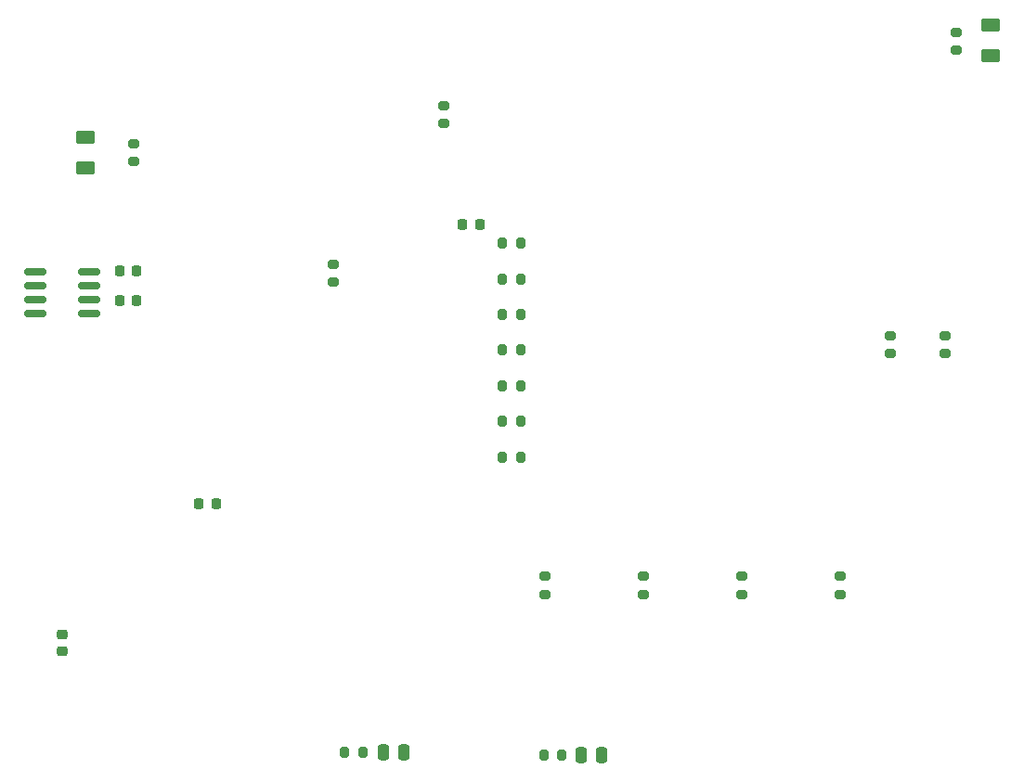
<source format=gbr>
%TF.GenerationSoftware,KiCad,Pcbnew,(6.0.7)*%
%TF.CreationDate,2022-09-13T16:55:12+02:00*%
%TF.ProjectId,myDAQExpansionBoard,6d794441-5145-4787-9061-6e73696f6e42,rev?*%
%TF.SameCoordinates,Original*%
%TF.FileFunction,Paste,Top*%
%TF.FilePolarity,Positive*%
%FSLAX46Y46*%
G04 Gerber Fmt 4.6, Leading zero omitted, Abs format (unit mm)*
G04 Created by KiCad (PCBNEW (6.0.7)) date 2022-09-13 16:55:12*
%MOMM*%
%LPD*%
G01*
G04 APERTURE LIST*
G04 Aperture macros list*
%AMRoundRect*
0 Rectangle with rounded corners*
0 $1 Rounding radius*
0 $2 $3 $4 $5 $6 $7 $8 $9 X,Y pos of 4 corners*
0 Add a 4 corners polygon primitive as box body*
4,1,4,$2,$3,$4,$5,$6,$7,$8,$9,$2,$3,0*
0 Add four circle primitives for the rounded corners*
1,1,$1+$1,$2,$3*
1,1,$1+$1,$4,$5*
1,1,$1+$1,$6,$7*
1,1,$1+$1,$8,$9*
0 Add four rect primitives between the rounded corners*
20,1,$1+$1,$2,$3,$4,$5,0*
20,1,$1+$1,$4,$5,$6,$7,0*
20,1,$1+$1,$6,$7,$8,$9,0*
20,1,$1+$1,$8,$9,$2,$3,0*%
G04 Aperture macros list end*
%ADD10RoundRect,0.200000X-0.275000X0.200000X-0.275000X-0.200000X0.275000X-0.200000X0.275000X0.200000X0*%
%ADD11RoundRect,0.200000X-0.200000X-0.275000X0.200000X-0.275000X0.200000X0.275000X-0.200000X0.275000X0*%
%ADD12RoundRect,0.250000X-0.250000X-0.475000X0.250000X-0.475000X0.250000X0.475000X-0.250000X0.475000X0*%
%ADD13RoundRect,0.225000X-0.225000X-0.250000X0.225000X-0.250000X0.225000X0.250000X-0.225000X0.250000X0*%
%ADD14RoundRect,0.200000X0.275000X-0.200000X0.275000X0.200000X-0.275000X0.200000X-0.275000X-0.200000X0*%
%ADD15RoundRect,0.225000X0.250000X-0.225000X0.250000X0.225000X-0.250000X0.225000X-0.250000X-0.225000X0*%
%ADD16RoundRect,0.250000X0.625000X-0.375000X0.625000X0.375000X-0.625000X0.375000X-0.625000X-0.375000X0*%
%ADD17RoundRect,0.250000X-0.625000X0.375000X-0.625000X-0.375000X0.625000X-0.375000X0.625000X0.375000X0*%
%ADD18RoundRect,0.150000X-0.825000X-0.150000X0.825000X-0.150000X0.825000X0.150000X-0.825000X0.150000X0*%
G04 APERTURE END LIST*
D10*
%TO.C,R20*%
X162750000Y-43975000D03*
X162750000Y-45625000D03*
%TD*%
D11*
%TO.C,R3*%
X107025000Y-109750000D03*
X108675000Y-109750000D03*
%TD*%
D10*
%TO.C,R18*%
X116080000Y-50675000D03*
X116080000Y-52325000D03*
%TD*%
D11*
%TO.C,R8*%
X121385000Y-69750000D03*
X123035000Y-69750000D03*
%TD*%
%TO.C,R11*%
X121385000Y-76250000D03*
X123035000Y-76250000D03*
%TD*%
%TO.C,R10*%
X121385000Y-73000000D03*
X123035000Y-73000000D03*
%TD*%
D12*
%TO.C,CD1*%
X110500000Y-109750000D03*
X112400000Y-109750000D03*
%TD*%
D13*
%TO.C,C3*%
X86475000Y-65750000D03*
X88025000Y-65750000D03*
%TD*%
D14*
%TO.C,R2*%
X156750000Y-73325000D03*
X156750000Y-71675000D03*
%TD*%
D10*
%TO.C,R6*%
X161750000Y-71675000D03*
X161750000Y-73325000D03*
%TD*%
D15*
%TO.C,C2*%
X81250000Y-100525000D03*
X81250000Y-98975000D03*
%TD*%
D10*
%TO.C,R12*%
X105960000Y-65175000D03*
X105960000Y-66825000D03*
%TD*%
D13*
%TO.C,C4*%
X93725000Y-87000000D03*
X95275000Y-87000000D03*
%TD*%
D16*
%TO.C,D13*%
X83375000Y-56400000D03*
X83375000Y-53600000D03*
%TD*%
D10*
%TO.C,R7*%
X143237500Y-93662500D03*
X143237500Y-95312500D03*
%TD*%
D14*
%TO.C,R19*%
X87750000Y-55825000D03*
X87750000Y-54175000D03*
%TD*%
D10*
%TO.C,R5*%
X134237500Y-93662500D03*
X134237500Y-95312500D03*
%TD*%
D13*
%TO.C,C6*%
X86475000Y-68500000D03*
X88025000Y-68500000D03*
%TD*%
D10*
%TO.C,R9*%
X152237500Y-93662500D03*
X152237500Y-95312500D03*
%TD*%
D12*
%TO.C,CD2*%
X128550000Y-110000000D03*
X130450000Y-110000000D03*
%TD*%
D10*
%TO.C,R1*%
X125237500Y-93662500D03*
X125237500Y-95312500D03*
%TD*%
D11*
%TO.C,R15*%
X121385000Y-63250000D03*
X123035000Y-63250000D03*
%TD*%
%TO.C,R13*%
X121385000Y-79500000D03*
X123035000Y-79500000D03*
%TD*%
D17*
%TO.C,D14*%
X165900000Y-43350000D03*
X165900000Y-46150000D03*
%TD*%
D11*
%TO.C,R4*%
X125175000Y-110000000D03*
X126825000Y-110000000D03*
%TD*%
D13*
%TO.C,C1*%
X117780000Y-61500000D03*
X119330000Y-61500000D03*
%TD*%
D18*
%TO.C,U3*%
X78775000Y-65845000D03*
X78775000Y-67115000D03*
X78775000Y-68385000D03*
X78775000Y-69655000D03*
X83725000Y-69655000D03*
X83725000Y-68385000D03*
X83725000Y-67115000D03*
X83725000Y-65845000D03*
%TD*%
D11*
%TO.C,R16*%
X121385000Y-66500000D03*
X123035000Y-66500000D03*
%TD*%
%TO.C,R14*%
X121385000Y-82750000D03*
X123035000Y-82750000D03*
%TD*%
M02*

</source>
